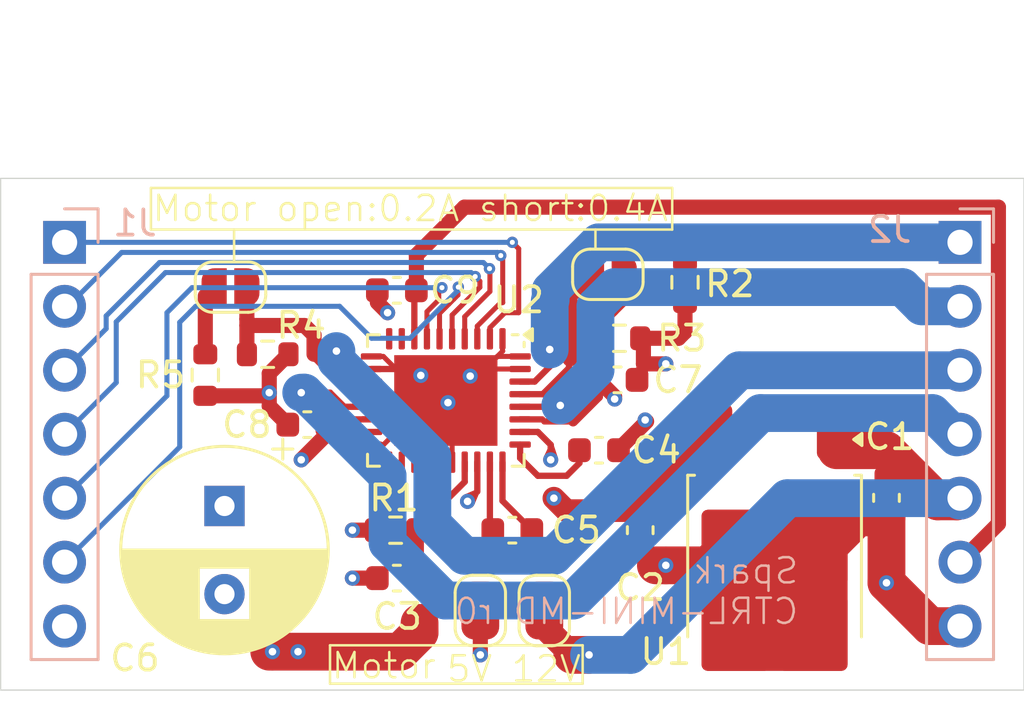
<source format=kicad_pcb>
(kicad_pcb (version 20240108) (generator "pcbnew") (generator_version "8.0")
  (layers (0 "F.Cu" signal) (1 "In1.Cu" power) (2 "In2.Cu" power) (31 "B.Cu" signal) (34 "B.Paste" user) (35 "F.Paste" user) (36 "B.SilkS" user "B.Silkscreen") (37 "F.SilkS" user "F.Silkscreen") (38 "B.Mask" user) (39 "F.Mask" user) (44 "Edge.Cuts" user))
  (net 0 "")
  (net 1 "GND")
  (net 2 "+12V")
  (net 3 "VCC")
  (net 4 "Net-(U2-5VOUT)")
  (net 5 "Net-(U2-VCP)")
  (net 6 "VCCMT")
  (net 7 "Net-(U2-CPI)")
  (net 8 "Net-(U2-CPO)")
  (net 9 "VCCIO")
  (net 10 "Net-(J1-Pin_2)")
  (net 11 "Net-(J1-Pin_6)")
  (net 12 "Net-(J1-Pin_3)")
  (net 13 "Net-(J1-Pin_5)")
  (net 14 "Net-(J1-Pin_1)")
  (net 15 "Net-(J1-Pin_4)")
  (net 16 "Net-(J2-Pin_3)")
  (net 17 "Net-(J2-Pin_1)")
  (net 18 "Net-(J2-Pin_4)")
  (net 19 "Net-(J2-Pin_2)")
  (net 20 "Net-(JP3-A)")
  (net 21 "Net-(JP3-B)")
  (net 22 "Net-(JP4-B)")
  (net 23 "Net-(JP4-A)")
  (footprint "Capacitor_SMD:C_0603_1608Metric" (layer "F.Cu") (at 93.98 69.85 180)
    (property "Reference" "C5" (at -2.54 0 0) (layer "F.SilkS"))
    (property "Value" "22nF 50V")
    (pad "1" smd roundrect (at -0.775 0 180) (size 0.9 0.95) (layers "F.Cu" "F.Paste" "F.Mask") (net 7 "Net-(U2-CPI)"))
    (pad "2" smd roundrect (at 0.775 0 180) (size 0.9 0.95) (layers "F.Cu" "F.Paste" "F.Mask") (net 8 "Net-(U2-CPO)"))
  )
  (footprint "Jumper:SolderJumper-2_P1.3mm_Open_RoundedPad1.0x1.5mm" (layer "F.Cu") (at 92.71 73.04 -90)
    (property "Reference" "JP2" (hide yes))
    (property "Value" "5V")
    (pad "1" smd custom (at -0.65 0 270) (size 1 0.5) (layers "F.Cu" "F.Mask") (net 6 "VCCMT") (options (clearance outline) (anchor rect)) (primitives (gr_circle (center 0 0.25) (end 0.5 0.25) (width 0) (fill yes)) (gr_circle (center 0 -0.25) (end 0.5 -0.25) (width 0) (fill yes)) (gr_poly (pts (xy 0.5 0.75) (xy 0 0.75) (xy 0 -0.75) (xy 0.5 -0.75)) (width 0) (fill yes))))
    (pad "2" smd custom (at 0.65 0 270) (size 1 0.5) (layers "F.Cu" "F.Mask") (net 3 "VCC") (options (clearance outline) (anchor rect)) (primitives (gr_circle (center 0 0.25) (end 0.5 0.25) (width 0) (fill yes)) (gr_circle (center 0 -0.25) (end 0.5 -0.25) (width 0) (fill yes)) (gr_poly (pts (xy 0 0.75) (xy -0.5 0.75) (xy -0.5 -0.75) (xy 0 -0.75)) (width 0) (fill yes))))
  )
  (footprint "Resistor_SMD:R_0603_1608Metric" (layer "F.Cu") (at 81.788 63.69 90)
    (property "Reference" "R5" (at 0 -1.778 180) (layer "F.SilkS"))
    (property "Value" "680m 1%")
    (pad "1" smd roundrect (at -0.825 0 90) (size 0.8 0.95) (layers "F.Cu" "F.Paste" "F.Mask") (net 1 "GND"))
    (pad "2" smd roundrect (at 0.825 0 90) (size 0.8 0.95) (layers "F.Cu" "F.Paste" "F.Mask") (net 22 "Net-(JP4-B)"))
  )
  (footprint "Resistor_SMD:R_0603_1608Metric" (layer "F.Cu") (at 100.838 60.007 90)
    (property "Reference" "R2" (at -0.063 1.778 180) (layer "F.SilkS"))
    (property "Value" "680m 1%")
    (pad "1" smd roundrect (at -0.825 0 90) (size 0.8 0.95) (layers "F.Cu" "F.Paste" "F.Mask") (net 1 "GND"))
    (pad "2" smd roundrect (at 0.825 0 90) (size 0.8 0.95) (layers "F.Cu" "F.Paste" "F.Mask") (net 20 "Net-(JP3-A)"))
  )
  (footprint "Capacitor_SMD:C_0603_1608Metric" (layer "F.Cu") (at 85.839 65.659)
    (property "Reference" "C8" (at -2.4 0 180) (layer "F.SilkS"))
    (property "Value" "100nF")
    (pad "1" smd roundrect (at -0.775 0) (size 0.9 0.95) (layers "F.Cu" "F.Paste" "F.Mask") (net 1 "GND"))
    (pad "2" smd roundrect (at 0.775 0) (size 0.9 0.95) (layers "F.Cu" "F.Paste" "F.Mask") (net 6 "VCCMT"))
  )
  (footprint "Jumper:SolderJumper-2_P1.3mm_Open_RoundedPad1.0x1.5mm" (layer "F.Cu") (at 97.775 59.69)
    (property "Reference" "JP3" (hide yes))
    (property "Value" "0.4A")
    (pad "1" smd custom (at -0.65 0) (size 1 0.5) (layers "F.Cu" "F.Mask") (net 20 "Net-(JP3-A)") (options (clearance outline) (anchor rect)) (primitives (gr_circle (center 0 0.25) (end 0.5 0.25) (width 0) (fill yes)) (gr_circle (center 0 -0.25) (end 0.5 -0.25) (width 0) (fill yes)) (gr_poly (pts (xy 0.5 0.75) (xy 0 0.75) (xy 0 -0.75) (xy 0.5 -0.75)) (width 0) (fill yes))))
    (pad "2" smd custom (at 0.65 0) (size 1 0.5) (layers "F.Cu" "F.Mask") (net 21 "Net-(JP3-B)") (options (clearance outline) (anchor rect)) (primitives (gr_circle (center 0 0.25) (end 0.5 0.25) (width 0) (fill yes)) (gr_circle (center 0 -0.25) (end 0.5 -0.25) (width 0) (fill yes)) (gr_poly (pts (xy 0 0.75) (xy -0.5 0.75) (xy -0.5 -0.75) (xy 0 -0.75)) (width 0) (fill yes))))
  )
  (footprint "Capacitor_SMD:C_0603_1608Metric" (layer "F.Cu") (at 89.395 60.325)
    (property "Reference" "C9" (at 2.299 0 0) (layer "F.SilkS"))
    (property "Value" "100nF")
    (pad "1" smd roundrect (at -0.775 0) (size 0.9 0.95) (layers "F.Cu" "F.Paste" "F.Mask") (net 1 "GND"))
    (pad "2" smd roundrect (at 0.775 0) (size 0.9 0.95) (layers "F.Cu" "F.Paste" "F.Mask") (net 9 "VCCIO"))
  )
  (footprint "Capacitor_SMD:C_0603_1608Metric" (layer "F.Cu") (at 99.06 69.85 -90)
    (property "Reference" "C2" (at 2.286 0 180) (layer "F.SilkS"))
    (property "Value" "0.1uF 12V")
    (pad "1" smd roundrect (at -0.775 0 270) (size 0.9 0.95) (layers "F.Cu" "F.Paste" "F.Mask") (net 3 "VCC"))
    (pad "2" smd roundrect (at 0.775 0 270) (size 0.9 0.95) (layers "F.Cu" "F.Paste" "F.Mask") (net 1 "GND"))
  )
  (footprint "Capacitor_SMD:C_0603_1608Metric" (layer "F.Cu") (at 97.422 66.675)
    (property "Reference" "C4" (at 2.273 0 360) (layer "F.SilkS"))
    (property "Value" "100nF")
    (pad "1" smd roundrect (at -0.775 0) (size 0.9 0.95) (layers "F.Cu" "F.Paste" "F.Mask") (net 5 "Net-(U2-VCP)"))
    (pad "2" smd roundrect (at 0.775 0) (size 0.9 0.95) (layers "F.Cu" "F.Paste" "F.Mask") (net 6 "VCCMT"))
  )
  (footprint "Capacitor_SMD:C_0603_1608Metric" (layer "F.Cu") (at 89.395 71.755)
    (property "Reference" "C3" (at 0.013 1.524 0) (layer "F.SilkS"))
    (property "Value" "4.7uF")
    (pad "1" smd roundrect (at -0.775 0) (size 0.9 0.95) (layers "F.Cu" "F.Paste" "F.Mask") (net 1 "GND"))
    (pad "2" smd roundrect (at 0.775 0) (size 0.9 0.95) (layers "F.Cu" "F.Paste" "F.Mask") (net 4 "Net-(U2-5VOUT)"))
  )
  (footprint "Resistor_SMD:R_0603_1608Metric" (layer "F.Cu") (at 89.345 69.85 180)
    (property "Reference" "R1" (at 0.064 1.27 0) (layer "F.SilkS"))
    (property "Value" "10")
    (pad "1" smd roundrect (at -0.825 0 180) (size 0.8 0.95) (layers "F.Cu" "F.Paste" "F.Mask") (net 4 "Net-(U2-5VOUT)"))
    (pad "2" smd roundrect (at 0.825 0 180) (size 0.8 0.95) (layers "F.Cu" "F.Paste" "F.Mask") (net 3 "VCC"))
  )
  (footprint "Package_TO_SOT_SMD:TO-252-2" (layer "F.Cu") (at 104.395 70.979 -90)
    (property "Reference" "U1" (at 3.697 4.319 180) (layer "F.SilkS"))
    (property "Value" "BD50FC0FP")
    (pad "1" smd roundrect (at -5.04 -2.28 270) (size 2.2 1.2) (layers "F.Cu" "F.Paste" "F.Mask") (roundrect_rratio 0.208333) (net 2 "+12V"))
    (pad "2" smd roundrect (at -0.415 -1.525 270) (size 3.05 2.75) (layers "F.Cu" "F.Paste") (roundrect_rratio 0.090909) (net 1 "GND"))
    (pad "2" smd roundrect (at -0.415 1.525 270) (size 3.05 2.75) (layers "F.Cu" "F.Paste") (roundrect_rratio 0.090909) (net 1 "GND"))
    (pad "2" smd roundrect (at 1.26 0 270) (size 6.4 5.8) (layers "F.Cu" "F.Mask") (roundrect_rratio 0.043103) (net 1 "GND"))
    (pad "2" smd roundrect (at 2.935 -1.525 270) (size 3.05 2.75) (layers "F.Cu" "F.Paste") (roundrect_rratio 0.090909) (net 1 "GND"))
    (pad "2" smd roundrect (at 2.935 1.525 270) (size 3.05 2.75) (layers "F.Cu" "F.Paste") (roundrect_rratio 0.090909) (net 1 "GND"))
    (pad "3" smd roundrect (at -5.04 2.28 270) (size 2.2 1.2) (layers "F.Cu" "F.Paste" "F.Mask") (roundrect_rratio 0.208333) (net 3 "VCC"))
  )
  (footprint "Capacitor_SMD:C_0603_1608Metric" (layer "F.Cu") (at 108.839 68.567 -90)
    (property "Reference" "C1" (at -2.426 -0.127 180) (layer "F.SilkS"))
    (property "Value" "0.33uF 24V")
    (pad "1" smd roundrect (at -0.775 0 270) (size 0.9 0.95) (layers "F.Cu" "F.Paste" "F.Mask") (net 2 "+12V"))
    (pad "2" smd roundrect (at 0.775 0 270) (size 0.9 0.95) (layers "F.Cu" "F.Paste" "F.Mask") (net 1 "GND"))
  )
  (footprint "Package_DFN_QFN:QFN-36-1EP_5x6mm_P0.5mm_EP3.6x4.1mm" (layer "F.Cu") (at 91.34 64.7 -90)
    (property "Reference" "U2" (at -3.994 -2.894 180) (layer "F.SilkS"))
    (property "Value" "TMC2130-LA")
    (pad "1" smd roundrect (at -2.45 -2.25 270) (size 0.85 0.25) (layers "F.Cu" "F.Paste" "F.Mask") (net 1 "GND"))
    (pad "2" smd roundrect (at -2.45 -1.75 270) (size 0.85 0.25) (layers "F.Cu" "F.Paste" "F.Mask") (net 14 "Net-(J1-Pin_1)"))
    (pad "3" smd roundrect (at -2.45 -1.25 270) (size 0.85 0.25) (layers "F.Cu" "F.Paste" "F.Mask") (net 10 "Net-(J1-Pin_2)"))
    (pad "4" smd roundrect (at -2.45 -0.75 270) (size 0.85 0.25) (layers "F.Cu" "F.Paste" "F.Mask") (net 12 "Net-(J1-Pin_3)"))
    (pad "5" smd roundrect (at -2.45 -0.25 270) (size 0.85 0.25) (layers "F.Cu" "F.Paste" "F.Mask") (net 15 "Net-(J1-Pin_4)"))
    (pad "6" smd roundrect (at -2.45 0.25 270) (size 0.85 0.25) (layers "F.Cu" "F.Paste" "F.Mask") (net 11 "Net-(J1-Pin_6)"))
    (pad "7" smd roundrect (at -2.45 0.75 270) (size 0.85 0.25) (layers "F.Cu" "F.Paste" "F.Mask") (net 13 "Net-(J1-Pin_5)"))
    (pad "8" smd roundrect (at -2.45 1.25 270) (size 0.85 0.25) (layers "F.Cu" "F.Paste" "F.Mask") (net 9 "VCCIO"))
    (pad "9" smd roundrect (at -2.45 1.75 270) (size 0.85 0.25) (layers "F.Cu" "F.Paste" "F.Mask"))
    (pad "10" smd roundrect (at -2.45 2.25 270) (size 0.85 0.25) (layers "F.Cu" "F.Paste" "F.Mask"))
    (pad "11" smd roundrect (at -1.75 2.95 270) (size 0.25 0.85) (layers "F.Cu" "F.Paste" "F.Mask") (net 1 "GND"))
    (pad "12" smd roundrect (at -1.25 2.95 270) (size 0.25 0.85) (layers "F.Cu" "F.Paste" "F.Mask") (net 1 "GND"))
    (pad "13" smd roundrect (at -0.75 2.95 270) (size 0.25 0.85) (layers "F.Cu" "F.Paste" "F.Mask") (net 16 "Net-(J2-Pin_3)"))
    (pad "14" smd roundrect (at -0.25 2.95 270) (size 0.25 0.85) (layers "F.Cu" "F.Paste" "F.Mask") (net 23 "Net-(JP4-A)"))
    (pad "15" smd roundrect (at 0.25 2.95 270) (size 0.25 0.85) (layers "F.Cu" "F.Paste" "F.Mask") (net 18 "Net-(J2-Pin_4)"))
    (pad "16" smd roundrect (at 0.75 2.95 270) (size 0.25 0.85) (layers "F.Cu" "F.Paste" "F.Mask") (net 6 "VCCMT"))
    (pad "17" smd roundrect (at 1.25 2.95 270) (size 0.25 0.85) (layers "F.Cu" "F.Paste" "F.Mask"))
    (pad "18" smd roundrect (at 1.75 2.95 270) (size 0.25 0.85) (layers "F.Cu" "F.Paste" "F.Mask") (net 1 "GND"))
    (pad "19" smd roundrect (at 2.45 2.25 270) (size 0.85 0.25) (layers "F.Cu" "F.Paste" "F.Mask"))
    (pad "20" smd roundrect (at 2.45 1.75 270) (size 0.85 0.25) (layers "F.Cu" "F.Paste" "F.Mask"))
    (pad "21" smd roundrect (at 2.45 1.25 270) (size 0.85 0.25) (layers "F.Cu" "F.Paste" "F.Mask"))
    (pad "22" smd roundrect (at 2.45 0.75 270) (size 0.85 0.25) (layers "F.Cu" "F.Paste" "F.Mask"))
    (pad "23" smd roundrect (at 2.45 0.25 270) (size 0.85 0.25) (layers "F.Cu" "F.Paste" "F.Mask"))
    (pad "24" smd roundrect (at 2.45 -0.25 270) (size 0.85 0.25) (layers "F.Cu" "F.Paste" "F.Mask") (net 1 "GND"))
    (pad "25" smd roundrect (at 2.45 -0.75 270) (size 0.85 0.25) (layers "F.Cu" "F.Paste" "F.Mask") (net 4 "Net-(U2-5VOUT)"))
    (pad "26" smd roundrect (at 2.45 -1.25 270) (size 0.85 0.25) (layers "F.Cu" "F.Paste" "F.Mask") (net 3 "VCC"))
    (pad "27" smd roundrect (at 2.45 -1.75 270) (size 0.85 0.25) (layers "F.Cu" "F.Paste" "F.Mask") (net 8 "Net-(U2-CPO)"))
    (pad "28" smd roundrect (at 2.45 -2.25 270) (size 0.85 0.25) (layers "F.Cu" "F.Paste" "F.Mask") (net 7 "Net-(U2-CPI)"))
    (pad "29" smd roundrect (at 1.75 -2.95 270) (size 0.25 0.85) (layers "F.Cu" "F.Paste" "F.Mask") (net 5 "Net-(U2-VCP)"))
    (pad "30" smd roundrect (at 1.25 -2.95 270) (size 0.25 0.85) (layers "F.Cu" "F.Paste" "F.Mask") (net 3 "VCC"))
    (pad "31" smd roundrect (at 0.75 -2.95 270) (size 0.25 0.85) (layers "F.Cu" "F.Paste" "F.Mask") (net 6 "VCCMT"))
    (pad "32" smd roundrect (at 0.25 -2.95 270) (size 0.25 0.85) (layers "F.Cu" "F.Paste" "F.Mask") (net 19 "Net-(J2-Pin_2)"))
    (pad "33" smd roundrect (at -0.25 -2.95 270) (size 0.25 0.85) (layers "F.Cu" "F.Paste" "F.Mask") (net 20 "Net-(JP3-A)"))
    (pad "34" smd roundrect (at -0.75 -2.95 270) (size 0.25 0.85) (layers "F.Cu" "F.Paste" "F.Mask") (net 17 "Net-(J2-Pin_1)"))
    (pad "35" smd roundrect (at -1.25 -2.95 270) (size 0.25 0.85) (layers "F.Cu" "F.Paste" "F.Mask") (net 1 "GND"))
    (pad "36" smd roundrect (at -1.75 -2.95 270) (size 0.25 0.85) (layers "F.Cu" "F.Paste" "F.Mask") (net 1 "GND"))
    (pad "37" smd rect (at 0 0 270) (size 3.6 4.1) (property pad_prop_heatsink) (layers "F.Cu" "F.Mask") (net 1 "GND"))
  )
  (footprint "Resistor_SMD:R_0603_1608Metric" (layer "F.Cu") (at 98.235 62.23 180)
    (property "Reference" "R3" (at -2.476 0 0) (layer "F.SilkS"))
    (property "Value" "680m 1%")
    (pad "1" smd roundrect (at -0.825 0 180) (size 0.8 0.95) (layers "F.Cu" "F.Paste" "F.Mask") (net 1 "GND"))
    (pad "2" smd roundrect (at 0.825 0 180) (size 0.8 0.95) (layers "F.Cu" "F.Paste" "F.Mask") (net 21 "Net-(JP3-B)"))
  )
  (footprint "Resistor_SMD:R_0603_1608Metric" (layer "F.Cu") (at 84.265 62.865 180)
    (property "Reference" "R4" (at -1.333 1.143 0) (layer "F.SilkS"))
    (property "Value" "680m 1%")
    (pad "1" smd roundrect (at -0.825 0 180) (size 0.8 0.95) (layers "F.Cu" "F.Paste" "F.Mask") (net 1 "GND"))
    (pad "2" smd roundrect (at 0.825 0 180) (size 0.8 0.95) (layers "F.Cu" "F.Paste" "F.Mask") (net 23 "Net-(JP4-A)"))
  )
  (footprint "Capacitor_THT:CP_Radial_D8.0mm_P3.50mm" (layer "F.Cu") (at 82.55 68.89 -90)
    (property "Reference" "C6" (at 6.04 3.556 180) (layer "F.SilkS"))
    (property "Value" "100uF 24V")
    (pad "1" thru_hole rect (at 0 0 270) (size 1.6 1.6) (drill 0.8) (layers "*.Cu" "*.Mask") (net 6 "VCCMT"))
    (pad "2" thru_hole circle (at 3.5 0 270) (size 1.6 1.6) (drill 0.8) (layers "*.Cu" "*.Mask") (net 1 "GND"))
  )
  (footprint "Jumper:SolderJumper-2_P1.3mm_Open_RoundedPad1.0x1.5mm" (layer "F.Cu") (at 95.25 73.04 90)
    (property "Reference" "JP1" (hide yes))
    (property "Value" "12V")
    (pad "1" smd custom (at -0.65 0 90) (size 1 0.5) (layers "F.Cu" "F.Mask") (net 2 "+12V") (options (clearance outline) (anchor rect)) (primitives (gr_circle (center 0 0.25) (end 0.5 0.25) (width 0) (fill yes)) (gr_circle (center 0 -0.25) (end 0.5 -0.25) (width 0) (fill yes)) (gr_poly (pts (xy 0.5 0.75) (xy 0 0.75) (xy 0 -0.75) (xy 0.5 -0.75)) (width 0) (fill yes))))
    (pad "2" smd custom (at 0.65 0 90) (size 1 0.5) (layers "F.Cu" "F.Mask") (net 6 "VCCMT") (options (clearance outline) (anchor rect)) (primitives (gr_circle (center 0 0.25) (end 0.5 0.25) (width 0) (fill yes)) (gr_circle (center 0 -0.25) (end 0.5 -0.25) (width 0) (fill yes)) (gr_poly (pts (xy 0 0.75) (xy -0.5 0.75) (xy -0.5 -0.75) (xy 0 -0.75)) (width 0) (fill yes))))
  )
  (footprint "Capacitor_SMD:C_0603_1608Metric" (layer "F.Cu") (at 98.158 63.881 180)
    (property "Reference" "C7" (at -2.4 0 0) (layer "F.SilkS"))
    (property "Value" "100nF")
    (pad "1" smd roundrect (at -0.775 0 180) (size 0.9 0.95) (layers "F.Cu" "F.Paste" "F.Mask") (net 1 "GND"))
    (pad "2" smd roundrect (at 0.775 0 180) (size 0.9 0.95) (layers "F.Cu" "F.Paste" "F.Mask") (net 6 "VCCMT"))
  )
  (footprint "Jumper:SolderJumper-2_P1.3mm_Open_RoundedPad1.0x1.5mm" (layer "F.Cu") (at 82.789 60.198 180)
    (property "Reference" "JP4" (hide yes))
    (property "Value" "0.4A")
    (pad "1" smd custom (at -0.65 0 180) (size 1 0.5) (layers "F.Cu" "F.Mask") (net 23 "Net-(JP4-A)") (options (clearance outline) (anchor rect)) (primitives (gr_circle (center 0 0.25) (end 0.5 0.25) (width 0) (fill yes)) (gr_circle (center 0 -0.25) (end 0.5 -0.25) (width 0) (fill yes)) (gr_poly (pts (xy 0.5 0.75) (xy 0 0.75) (xy 0 -0.75) (xy 0.5 -0.75)) (width 0) (fill yes))))
    (pad "2" smd custom (at 0.65 0 180) (size 1 0.5) (layers "F.Cu" "F.Mask") (net 22 "Net-(JP4-B)") (options (clearance outline) (anchor rect)) (primitives (gr_circle (center 0 0.25) (end 0.5 0.25) (width 0) (fill yes)) (gr_circle (center 0 -0.25) (end 0.5 -0.25) (width 0) (fill yes)) (gr_poly (pts (xy 0 0.75) (xy -0.5 0.75) (xy -0.5 -0.75) (xy 0 -0.75)) (width 0) (fill yes))))
  )
  (footprint "Connector_PinHeader_2.54mm:PinHeader_1x07_P2.54mm_Vertical" (layer "B.Cu") (at 76.2 58.42 180)
    (property "Reference" "J1" (at -2.794 0.762 0) (layer "B.SilkS") (effects (justify mirror)))
    (property "Value" "MD-L")
    (pad "1" thru_hole rect (at 0 0 180) (size 1.7 1.7) (drill 1) (layers "*.Cu" "*.Mask") (net 14 "Net-(J1-Pin_1)"))
    (pad "2" thru_hole oval (at 0 -2.54 180) (size 1.7 1.7) (drill 1) (layers "*.Cu" "*.Mask") (net 10 "Net-(J1-Pin_2)"))
    (pad "3" thru_hole oval (at 0 -5.08 180) (size 1.7 1.7) (drill 1) (layers "*.Cu" "*.Mask") (net 12 "Net-(J1-Pin_3)"))
    (pad "4" thru_hole oval (at 0 -7.62 180) (size 1.7 1.7) (drill 1) (layers "*.Cu" "*.Mask") (net 15 "Net-(J1-Pin_4)"))
    (pad "5" thru_hole oval (at 0 -10.16 180) (size 1.7 1.7) (drill 1) (layers "*.Cu" "*.Mask") (net 13 "Net-(J1-Pin_5)"))
    (pad "6" thru_hole oval (at 0 -12.7 180) (size 1.7 1.7) (drill 1) (layers "*.Cu" "*.Mask") (net 11 "Net-(J1-Pin_6)"))
    (pad "7" thru_hole oval (at 0 -15.24 180) (size 1.7 1.7) (drill 1) (layers "*.Cu" "*.Mask") (net 1 "GND"))
  )
  (footprint "Connector_PinHeader_2.54mm:PinHeader_1x07_P2.54mm_Vertical" (layer "B.Cu") (at 111.76 58.42 180)
    (property "Reference" "J2" (at 2.794 0.508 0) (layer "B.SilkS") (effects (justify mirror)))
    (property "Value" "MD-R")
    (pad "1" thru_hole rect (at 0 0 180) (size 1.7 1.7) (drill 1) (layers "*.Cu" "*.Mask") (net 17 "Net-(J2-Pin_1)"))
    (pad "2" thru_hole oval (at 0 -2.54 180) (size 1.7 1.7) (drill 1) (layers "*.Cu" "*.Mask") (net 19 "Net-(J2-Pin_2)"))
    (pad "3" thru_hole oval (at 0 -5.08 180) (size 1.7 1.7) (drill 1) (layers "*.Cu" "*.Mask") (net 16 "Net-(J2-Pin_3)"))
    (pad "4" thru_hole oval (at 0 -7.62 180) (size 1.7 1.7) (drill 1) (layers "*.Cu" "*.Mask") (net 18 "Net-(J2-Pin_4)"))
    (pad "5" thru_hole oval (at 0 -10.16 180) (size 1.7 1.7) (drill 1) (layers "*.Cu" "*.Mask") (net 2 "+12V"))
    (pad "6" thru_hole oval (at 0 -12.7 180) (size 1.7 1.7) (drill 1) (layers "*.Cu" "*.Mask") (net 9 "VCCIO"))
    (pad "7" thru_hole oval (at 0 -15.24 180) (size 1.7 1.7) (drill 1) (layers "*.Cu" "*.Mask") (net 1 "GND"))
  )
  (gr_line (start 79.629 57.912) (end 100.33 57.912) (stroke (width 0.1)) (layer "F.SilkS"))
  (gr_line (start 100.33 56.261) (end 100.33 57.912) (stroke (width 0.1)) (layer "F.SilkS"))
  (gr_line (start 82.931 57.912) (end 82.931 59.182) (stroke (width 0.1)) (layer "F.SilkS"))
  (gr_line (start 79.629 56.261) (end 100.33 56.261) (stroke (width 0.1)) (layer "F.SilkS"))
  (gr_line (start 86.741 75.946) (end 96.774 75.946) (stroke (width 0.1)) (layer "F.SilkS"))
  (gr_line (start 79.629 57.912) (end 79.629 56.261) (stroke (width 0.1)) (layer "F.SilkS"))
  (gr_line (start 86.741 74.422) (end 86.741 75.946) (stroke (width 0.1)) (layer "F.SilkS"))
  (gr_line (start 97.282 57.912) (end 97.282 58.674) (stroke (width 0.1)) (layer "F.SilkS"))
  (gr_line (start 96.774 74.422) (end 86.741 74.422) (stroke (width 0.1)) (layer "F.SilkS"))
  (gr_line (start 96.774 75.946) (end 96.774 74.422) (stroke (width 0.1)) (layer "F.SilkS"))
  (gr_rect (start 73.66 55.88) (end 114.3 76.2) (stroke (width 0.05)) (fill none) (layer "Edge.Cuts"))
  (gr_text "Spark\nCTRL-MINI-MD r0" (at 105.41 73.66 0) (layer "B.SilkS") (effects (font (size 1 1) (thickness 0.1)) (justify left bottom mirror)))
  (gr_text "5V 12V" (at 91.313 75.946 0) (layer "F.SilkS") (effects (font (size 1 1) (thickness 0.1)) (justify left bottom)))
  (gr_text "Motor open:0.2A short:0.4A" (at 79.629 57.658 0) (layer "F.SilkS") (effects (font (size 1 1) (thickness 0.1)) (justify left bottom)))
  (gr_text "Motor" (at 86.741 75.819 0) (layer "F.SilkS") (effects (font (size 1 1) (thickness 0.1)) (justify left bottom)))
  (segment (start 91.59 67.15) (end 91.59 64.95) (width 0.2) (layer "F.Cu") (net 1))
  (segment (start 93.59 62.729) (end 93.599 62.738) (width 0.2) (layer "F.Cu") (net 1))
  (segment (start 93.59 62.25) (end 93.59 62.729) (width 0.2) (layer "F.Cu") (net 1))
  (segment (start 100.584 62.23) (end 100.838 61.976) (width 0.6) (layer "F.Cu") (net 1))
  (segment (start 90.608 64.7) (end 91.34 64.7) (width 0.2) (layer "F.Cu") (net 1))
  (segment (start 94.29 62.95) (end 93.387 62.95) (width 0.2) (layer "F.Cu") (net 1))
  (segment (start 88.62 60.325) (end 88.62 60.807) (width 0.2) (layer "F.Cu") (net 1))
  (segment (start 94.29 63.45) (end 92.59 63.45) (width 0.2) (layer "F.Cu") (net 1))
  (segment (start 110.557919 73.66) (end 111.76 73.66) (width 1.5) (layer "F.Cu") (net 1))
  (segment (start 90.09 63.45) (end 90.3455 63.7055) (width 0.2) (layer "F.Cu") (net 1))
  (segment (start 81.788 64.515) (end 84.202 64.515) (width 0.6) (layer "F.Cu") (net 1))
  (segment (start 91.425 64.785) (end 91.34 64.7) (width 0.2) (layer "F.Cu") (net 1))
  (segment (start 101.753 71.247) (end 102.375 70.625) (width 1.5) (layer "F.Cu") (net 1))
  (segment (start 99.187 62.357) (end 99.06 62.23) (width 0.2) (layer "F.Cu") (net 1))
  (segment (start 108.839 69.342) (end 108.839 71.941081) (width 1.5) (layer "F.Cu") (net 1))
  (segment (start 88.62 60.807) (end 89.027 61.214) (width 0.6) (layer "F.Cu") (net 1))
  (segment (start 99.187 63.246) (end 99.187 62.357) (width 0.6) (layer "F.Cu") (net 1))
  (segment (start 90.621 64.7) (end 91.34 64.7) (width 0.2) (layer "F.Cu") (net 1))
  (segment (start 99.187 63.246) (end 100.076 63.246) (width 0.6) (layer "F.Cu") (net 1))
  (segment (start 107.698 69.342) (end 105.92 71.12) (width 1.5) (layer "F.Cu") (net 1))
  (segment (start 93.345 62.992) (end 91.637 64.7) (width 0.2) (layer "F.Cu") (net 1))
  (segment (start 100.076 71.247) (end 101.753 71.247) (width 1.5) (layer "F.Cu") (net 1))
  (segment (start 98.933 63.881) (end 98.933 63.5) (width 0.2) (layer "F.Cu") (net 1))
  (segment (start 91.59 64.95) (end 91.425 64.785) (width 0.2) (layer "F.Cu") (net 1))
  (segment (start 88.858 62.95) (end 90.608 64.7) (width 0.2) (layer "F.Cu") (net 1))
  (segment (start 108.839 69.342) (end 107.698 69.342) (width 1.5) (layer "F.Cu") (net 1))
  (segment (start 93.387 62.95) (end 93.345 62.992) (width 0.2) (layer "F.Cu") (net 1))
  (segment (start 88.39 63.45) (end 90.09 63.45) (width 0.25) (layer "F.Cu") (net 1))
  (segment (start 90.3455 63.7055) (end 91.34 64.7) (width 0.2) (layer "F.Cu") (net 1))
  (segment (start 93.599 62.738) (end 93.345 62.992) (width 0.2) (layer "F.Cu") (net 1))
  (segment (start 102.375 70.625) (end 102.87 71.12) (width 0.2) (layer "F.Cu") (net 1))
  (segment (start 99.682 71.247) (end 100.076 71.247) (width 1.5) (layer "F.Cu") (net 1))
  (segment (start 99.06 62.23) (end 100.584 62.23) (width 0.6) (layer "F.Cu") (net 1))
  (segment (start 85.09 62.865) (end 84.328 63.627) (width 0.6) (layer "F.Cu") (net 1))
  (segment (start 98.933 63.5) (end 99.187 63.246) (width 0.2) (layer "F.Cu") (net 1))
  (segment (start 84.328 64.389) (end 84.328 64.923) (width 0.6) (layer "F.Cu") (net 1))
  (segment (start 92.3075 63.7325) (end 91.34 64.7) (width 0.2) (layer "F.Cu") (net 1))
  (segment (start 88.62 71.755) (end 87.63 71.755) (width 0.6) (layer "F.Cu") (net 1))
  (segment (start 92.59 63.45) (end 92.3075 63.7325) (width 0.2) (layer "F.Cu") (net 1))
  (segment (start 84.328 64.923) (end 85.064 65.659) (width 0.6) (layer "F.Cu") (net 1))
  (segment (start 88.39 62.95) (end 88.858 62.95) (width 0.2) (layer "F.Cu") (net 1))
  (segment (start 100.838 61.976) (end 100.838 60.832) (width 0.6) (layer "F.Cu") (net 1))
  (segment (start 91.637 64.7) (end 91.34 64.7) (width 0.2) (layer "F.Cu") (net 1))
  (segment (start 84.328 63.627) (end 84.328 64.389) (width 0.6) (layer "F.Cu") (net 1))
  (segment (start 88.871 66.45) (end 90.621 64.7) (width 0.2) (layer "F.Cu") (net 1))
  (segment (start 108.839 71.941081) (end 110.557919 73.66) (width 1.5) (layer "F.Cu") (net 1))
  (segment (start 84.202 64.515) (end 84.328 64.389) (width 0.2) (layer "F.Cu") (net 1))
  (segment (start 88.62 71.755) (end 88.62 71.908) (width 0.2) (layer "F.Cu") (net 1))
  (segment (start 99.06 70.625) (end 99.682 71.247) (width 0.9) (layer "F.Cu") (net 1))
  (segment (start 88.39 66.45) (end 88.871 66.45) (width 0.2) (layer "F.Cu") (net 1))
  (via (at 100.076 71.247) (size 0.6) (drill 0.3) (layers "F.Cu" "B.Cu") (net 1))
  (via (at 87.63 71.755) (size 0.6) (drill 0.3) (layers "F.Cu" "B.Cu") (net 1))
  (via (at 108.839 71.941081) (size 0.6) (drill 0.3) (layers "F.Cu" "B.Cu") (net 1))
  (via (at 84.328 64.389) (size 0.6) (drill 0.3) (layers "F.Cu" "B.Cu") (net 1))
  (via (at 100.076 63.246) (size 0.6) (drill 0.3) (layers "F.Cu" "B.Cu") (net 1))
  (via (at 91.425 64.785) (size 0.6) (drill 0.3) (layers "F.Cu" "B.Cu") (net 1))
  (via (at 92.3075 63.7325) (size 0.6) (drill 0.3) (layers "F.Cu" "B.Cu") (net 1))
  (via (at 90.3455 63.7055) (size 0.6) (drill 0.3) (layers "F.Cu" "B.Cu") (net 1))
  (via (at 89.027 61.214) (size 0.6) (drill 0.3) (layers "F.Cu" "B.Cu") (net 1))
  (segment (start 111.633 68.707) (end 111.76 68.58) (width 1.5) (layer "F.Cu") (net 2))
  (segment (start 106.855 66.675) (end 106.675 66.495) (width 0.8) (layer "F.Cu") (net 2))
  (segment (start 108.839 66.675) (end 110.871 68.707) (width 1.5) (layer "F.Cu") (net 2))
  (segment (start 106.855 66.675) (end 108.839 66.675) (width 1.5) (layer "F.Cu") (net 2))
  (segment (start 95.25 73.69) (end 96.363 74.803) (width 1) (layer "F.Cu") (net 2))
  (segment (start 96.363 74.803) (end 97.028 74.803) (width 1.5) (layer "F.Cu") (net 2))
  (segment (start 110.871 68.707) (end 111.633 68.707) (width 1.5) (layer "F.Cu") (net 2))
  (via (at 97.028 74.803) (size 0.6) (drill 0.3) (layers "F.Cu" "B.Cu") (net 2))
  (segment (start 104.902 68.58) (end 111.76 68.58) (width 1.5) (layer "B.Cu") (net 2))
  (segment (start 97.028 74.803) (end 98.679 74.803) (width 1.5) (layer "B.Cu") (net 2))
  (segment (start 98.679 74.803) (end 104.902 68.58) (width 1.5) (layer "B.Cu") (net 2))
  (segment (start 99.06 69.075) (end 99.06 68.072) (width 0.9) (layer "F.Cu") (net 3))
  (segment (start 101.3 67.31) (end 102.115 66.495) (width 1.5) (layer "F.Cu") (net 3))
  (segment (start 92.59 67.15) (end 92.59 68.319) (width 0.25) (layer "F.Cu") (net 3))
  (segment (start 95.631 68.58) (end 96.126 69.075) (width 0.9) (layer "F.Cu") (net 3))
  (segment (start 99.822 67.31) (end 101.3 67.31) (width 1.5) (layer "F.Cu") (net 3))
  (segment (start 95.504 66.458) (end 95.504 67.056) (width 0.25) (layer "F.Cu") (net 3))
  (segment (start 88.52 69.85) (end 87.63 69.85) (width 0.6) (layer "F.Cu") (net 3))
  (segment (start 94.996 65.95) (end 95.504 66.458) (width 0.25) (layer "F.Cu") (net 3))
  (segment (start 94.29 65.95) (end 94.996 65.95) (width 0.25) (layer "F.Cu") (net 3))
  (segment (start 92.59 68.319) (end 92.202 68.707) (width 0.2) (layer "F.Cu") (net 3))
  (segment (start 99.06 68.072) (end 99.822 67.31) (width 1.5) (layer "F.Cu") (net 3))
  (segment (start 92.71 73.69) (end 92.71 74.803) (width 0.6) (layer "F.Cu") (net 3))
  (segment (start 96.126 69.075) (end 99.06 69.075) (width 0.9) (layer "F.Cu") (net 3))
  (via (at 95.631 68.58) (size 0.6) (drill 0.3) (layers "F.Cu" "B.Cu") (net 3))
  (via (at 92.202 68.707) (size 0.6) (drill 0.3) (layers "F.Cu" "B.Cu") (net 3))
  (via (at 87.63 69.85) (size 0.6) (drill 0.3) (layers "F.Cu" "B.Cu") (net 3))
  (via (at 95.504 67.056) (size 0.6) (drill 0.3) (layers "F.Cu" "B.Cu") (net 3))
  (via (at 92.71 74.803) (size 0.6) (drill 0.3) (layers "F.Cu" "B.Cu") (net 3))
  (segment (start 92.09 67.15) (end 92.09 67.93) (width 0.25) (layer "F.Cu") (net 4))
  (segment (start 90.17 69.85) (end 90.17 71.755) (width 0.6) (layer "F.Cu") (net 4))
  (segment (start 92.09 67.93) (end 90.17 69.85) (width 0.25) (layer "F.Cu") (net 4))
  (segment (start 94.29 66.985) (end 94.996 67.691) (width 0.25) (layer "F.Cu") (net 5))
  (segment (start 96.647 67.183) (end 96.647 66.675) (width 0.25) (layer "F.Cu") (net 5))
  (segment (start 96.139 67.691) (end 96.647 67.183) (width 0.25) (layer "F.Cu") (net 5))
  (segment (start 94.29 66.45) (end 94.29 66.985) (width 0.25) (layer "F.Cu") (net 5))
  (segment (start 94.996 67.691) (end 96.139 67.691) (width 0.25) (layer "F.Cu") (net 5))
  (segment (start 92.71 72.39) (end 91.186 72.39) (width 0.6) (layer "F.Cu") (net 6))
  (segment (start 90.297 73.279) (end 90.297 73.533) (width 0.2) (layer "F.Cu") (net 6))
  (segment (start 95.168 65.45) (end 95.25 65.532) (width 0.2) (layer "F.Cu") (net 6))
  (segment (start 86.614 65.659) (end 86.614 66.04) (width 0.2) (layer "F.Cu") (net 6))
  (segment (start 88.39 65.45) (end 86.823 65.45) (width 0.25) (layer "F.Cu") (net 6))
  (segment (start 98.197 66.421) (end 98.197 66.649) (width 0.2) (layer "F.Cu") (net 6))
  (segment (start 95.25 65.532) (end 96.393 65.532) (width 0.25) (layer "F.Cu") (net 6))
  (segment (start 92.71 72.39) (end 95.25 72.39) (width 0.8) (layer "F.Cu") (net 6))
  (segment (start 89.535 74.676) (end 84.455 74.676) (width 1.5) (layer "F.Cu") (net 6))
  (segment (start 98.197 66.649) (end 99.314 65.532) (width 0.6) (layer "F.Cu") (net 6))
  (segment (start 97.383 63.881) (end 98.044 64.542) (width 0.6) (layer "F.Cu") (net 6))
  (segment (start 98.197 66.675) (end 98.197 66.649) (width 0.2) (layer "F.Cu") (net 6))
  (segment (start 91.186 72.39) (end 90.297 73.279) (width 0.6) (layer "F.Cu") (net 6))
  (segment (start 99.314 65.532) (end 99.255616 65.473616) (width 0.2) (layer "F.Cu") (net 6))
  (segment (start 90.297 73.533) (end 90.297 73.914) (width 1.5) (layer "F.Cu") (net 6))
  (segment (start 96.393 65.532) (end 97.383 64.542) (width 0.4) (layer "F.Cu") (net 6))
  (segment (start 97.383 64.542) (end 97.383 63.881) (width 0.4) (layer "F.Cu") (net 6))
  (segment (start 98.044 64.542) (end 98.044 64.643) (width 0.2) (layer "F.Cu") (net 6))
  (segment (start 94.29 65.45) (end 95.168 65.45) (width 0.25) (layer "F.Cu") (net 6))
  (segment (start 86.614 66.04) (end 85.598 67.056) (width 0.6) (layer "F.Cu") (net 6))
  (segment (start 86.823 65.45) (end 86.614 65.659) (width 0.2) (layer "F.Cu") (net 6))
  (segment (start 84.455 74.676) (end 84.328 74.676) (width 1.5) (layer "F.Cu") (net 6))
  (segment (start 90.297 73.914) (end 89.535 74.676) (width 1.5) (layer "F.Cu") (net 6))
  (via (at 85.598 67.056) (size 0.6) (drill 0.3) (layers "F.Cu" "B.Cu") (net 6))
  (via (at 99.255616 65.473616) (size 0.6) (drill 0.3) (layers "F.Cu" "B.Cu") (net 6))
  (via (at 98.044 64.643) (size 0.6) (drill 0.3) (layers "F.Cu" "B.Cu") (net 6))
  (via (at 84.455 74.676) (size 0.6) (drill 0.3) (layers "F.Cu" "B.Cu") (net 6))
  (via (at 85.471 74.676) (size 0.6) (drill 0.3) (layers "F.Cu" "B.Cu") (net 6))
  (segment (start 93.59 68.685) (end 94.755 69.85) (width 0.25) (layer "F.Cu") (net 7))
  (segment (start 93.59 67.15) (end 93.59 68.685) (width 0.25) (layer "F.Cu") (net 7))
  (segment (start 93.09 67.15) (end 93.09 69.735) (width 0.25) (layer "F.Cu") (net 8))
  (segment (start 93.09 69.735) (end 93.205 69.85) (width 0.2) (layer "F.Cu") (net 8))
  (segment (start 113.284 69.596) (end 113.284 57.023) (width 0.6) (layer "F.Cu") (net 9))
  (segment (start 90.17 58.928) (end 90.17 60.325) (width 0.6) (layer "F.Cu") (net 9))
  (segment (start 113.284 57.023) (end 92.075 57.023) (width 0.6) (layer "F.Cu") (net 9))
  (segment (start 90.09 60.405) (end 90.17 60.325) (width 0.2) (layer "F.Cu") (net 9))
  (segment (start 111.76 71.12) (end 113.284 69.596) (width 0.6) (layer "F.Cu") (net 9))
  (segment (start 90.09 62.25) (end 90.09 60.405) (width 0.25) (layer "F.Cu") (net 9))
  (segment (start 92.075 57.023) (end 90.17 58.928) (width 0.6) (layer "F.Cu") (net 9))
  (segment (start 93.520379 58.945) (end 93.599 59.023621) (width 0.2) (layer "F.Cu") (net 10))
  (segment (start 93.599 60.814) (end 93.520928 60.814) (width 0.2) (layer "F.Cu") (net 10))
  (segment (start 93.520928 60.814) (end 92.59 61.744928) (width 0.2) (layer "F.Cu") (net 10))
  (segment (start 93.599 59.023621) (end 93.599 60.814) (width 0.2) (layer "F.Cu") (net 10))
  (segment (start 92.59 61.744928) (end 92.59 62.25) (width 0.2) (layer "F.Cu") (net 10))
  (via (at 93.520379 58.945) (size 0.45) (drill 0.2) (layers "F.Cu" "B.Cu") (net 10))
  (segment (start 93.520379 58.945) (end 93.395379 58.82) (width 0.2) (layer "B.Cu") (net 10))
  (segment (start 93.395379 58.82) (end 78.467 58.82) (width 0.2) (layer "B.Cu") (net 10))
  (segment (start 76.327 60.96) (end 76.2 60.96) (width 0.2) (layer "B.Cu") (net 10))
  (segment (start 78.467 58.82) (end 76.327 60.96) (width 0.2) (layer "B.Cu") (net 10))
  (segment (start 91.821 60.509686) (end 91.821 60.198) (width 0.2) (layer "F.Cu") (net 11))
  (segment (start 91.09 62.25) (end 91.09 61.240686) (width 0.2) (layer "F.Cu") (net 11))
  (segment (start 91.835107 60.198) (end 91.835613 60.197494) (width 0.2) (layer "F.Cu") (net 11))
  (segment (start 91.459 60.871686) (end 91.659343 60.671343) (width 0.2) (layer "F.Cu") (net 11))
  (segment (start 91.09 61.240686) (end 91.459 60.871686) (width 0.2) (layer "F.Cu") (net 11))
  (segment (start 91.659343 60.671343) (end 91.821 60.509686) (width 0.2) (layer "F.Cu") (net 11))
  (segment (start 91.821 60.198) (end 91.835107 60.198) (width 0.2) (layer "F.Cu") (net 11))
  (via (at 91.835613 60.197494) (size 0.45) (drill 0.2) (layers "F.Cu" "B.Cu") (net 11))
  (segment (start 88.392 62.23) (end 87.122 60.96) (width 0.2) (layer "B.Cu") (net 11))
  (segment (start 80.772 66.548) (end 76.2 71.12) (width 0.2) (layer "B.Cu") (net 11))
  (segment (start 81.407 60.96) (end 80.772 61.595) (width 0.2) (layer "B.Cu") (net 11))
  (segment (start 91.835613 60.31285) (end 89.918463 62.23) (width 0.2) (layer "B.Cu") (net 11))
  (segment (start 87.122 60.96) (end 81.407 60.96) (width 0.2) (layer "B.Cu") (net 11))
  (segment (start 91.835613 60.197494) (end 91.835613 60.31285) (width 0.2) (layer "B.Cu") (net 11))
  (segment (start 80.772 61.595) (end 80.772 66.548) (width 0.2) (layer "B.Cu") (net 11))
  (segment (start 89.918463 62.23) (end 88.392 62.23) (width 0.2) (layer "B.Cu") (net 11))
  (segment (start 93.074 59.463518) (end 93.091 59.480518) (width 0.2) (layer "F.Cu") (net 12))
  (segment (start 93.091 59.480518) (end 93.091 60.371058) (width 0.2) (layer "F.Cu") (net 12))
  (segment (start 93.091 60.371058) (end 92.09 61.372058) (width 0.2) (layer "F.Cu") (net 12))
  (segment (start 92.09 61.372058) (end 92.09 62.25) (width 0.2) (layer "F.Cu") (net 12))
  (via (at 93.074 59.463518) (size 0.45) (drill 0.2) (layers "F.Cu" "B.Cu") (net 12))
  (segment (start 77.851 61.849) (end 77.851 61.341) (width 0.2) (layer "B.Cu") (net 12))
  (segment (start 79.972 59.22) (end 92.830482 59.22) (width 0.2) (layer "B.Cu") (net 12))
  (segment (start 92.830482 59.22) (end 93.074 59.463518) (width 0.2) (layer "B.Cu") (net 12))
  (segment (start 76.2 63.5) (end 77.851 61.849) (width 0.2) (layer "B.Cu") (net 12))
  (segment (start 77.851 61.341) (end 79.972 59.22) (width 0.2) (layer "B.Cu") (net 12))
  (segment (start 91.059 60.706) (end 91.059 60.325) (width 0.2) (layer "F.Cu") (net 13))
  (segment (start 91.186 60.198) (end 91.186 60.22) (width 0.2) (layer "F.Cu") (net 13))
  (segment (start 91.059 60.325) (end 91.186 60.198) (width 0.2) (layer "F.Cu") (net 13))
  (segment (start 90.59 62.25) (end 90.59 61.175) (width 0.2) (layer "F.Cu") (net 13))
  (segment (start 90.59 61.175) (end 91.059 60.706) (width 0.2) (layer "F.Cu") (net 13))
  (via (at 91.186 60.22) (size 0.45) (drill 0.2) (layers "F.Cu" "B.Cu") (net 13))
  (segment (start 81.258 60.22) (end 80.264 61.214) (width 0.2) (layer "B.Cu") (net 13))
  (segment (start 76.327 68.453) (end 76.2 68.58) (width 0.2) (layer "B.Cu") (net 13))
  (segment (start 80.264 64.516) (end 76.2 68.58) (width 0.2) (layer "B.Cu") (net 13))
  (segment (start 80.264 61.214) (end 80.264 64.516) (width 0.2) (layer "B.Cu") (net 13))
  (segment (start 91.186 60.22) (end 81.258 60.22) (width 0.2) (layer "B.Cu") (net 13))
  (segment (start 93.686614 61.214) (end 94.234 61.214) (width 0.2) (layer "F.Cu") (net 14))
  (segment (start 94.234 61.214) (end 94.234 58.674) (width 0.2) (layer "F.Cu") (net 14))
  (segment (start 93.09 61.810614) (end 93.686614 61.214) (width 0.2) (layer "F.Cu") (net 14))
  (segment (start 94.234 58.674) (end 93.98 58.42) (width 0.2) (layer "F.Cu") (net 14))
  (segment (start 93.09 62.25) (end 93.09 61.810614) (width 0.2) (layer "F.Cu") (net 14))
  (via (at 93.98 58.42) (size 0.45) (drill 0.2) (layers "F.Cu" "B.Cu") (net 14))
  (segment (start 93.98 58.42) (end 76.2 58.42) (width 0.2) (layer "B.Cu") (net 14))
  (segment (start 92.691 60.205372) (end 91.59 61.306372) (width 0.2) (layer "F.Cu") (net 15))
  (segment (start 92.505445 59.778554) (end 92.691 59.964109) (width 0.2) (layer "F.Cu") (net 15))
  (segment (start 91.59 61.306372) (end 91.59 62.25) (width 0.2) (layer "F.Cu") (net 15))
  (segment (start 92.691 59.964109) (end 92.691 60.205372) (width 0.2) (layer "F.Cu") (net 15))
  (via (at 92.505445 59.778554) (size 0.45) (drill 0.2) (layers "F.Cu" "B.Cu") (net 15))
  (segment (start 80.207 59.62) (end 78.251 61.576) (width 0.2) (layer "B.Cu") (net 15))
  (segment (start 78.251 63.989) (end 76.2 66.04) (width 0.2) (layer "B.Cu") (net 15))
  (segment (start 92.505445 59.778554) (end 92.346891 59.62) (width 0.2) (layer "B.Cu") (net 15))
  (segment (start 78.251 61.576) (end 78.251 63.989) (width 0.2) (layer "B.Cu") (net 15))
  (segment (start 92.346891 59.62) (end 80.207 59.62) (width 0.2) (layer "B.Cu") (net 15))
  (segment (start 86.995 62.738) (end 86.995 62.994386) (width 0.2) (layer "F.Cu") (net 16))
  (segment (start 86.995 62.994386) (end 87.950614 63.95) (width 0.2) (layer "F.Cu") (net 16))
  (segment (start 87.950614 63.95) (end 88.39 63.95) (width 0.25) (layer "F.Cu") (net 16))
  (via (at 86.995 62.738) (size 0.6) (drill 0.3) (layers "F.Cu" "B.Cu") (net 16))
  (segment (start 92.075 70.866) (end 90.805 69.596) (width 1.5) (layer "B.Cu") (net 16))
  (segment (start 90.805 69.596) (end 90.805 66.929) (width 1.5) (layer "B.Cu") (net 16))
  (segment (start 86.995 62.865) (end 86.995 62.738) (width 0.2) (layer "B.Cu") (net 16))
  (segment (start 111.76 63.5) (end 102.997 63.5) (width 1.5) (layer "B.Cu") (net 16))
  (segment (start 90.805 66.929) (end 86.995 63.119) (width 1.5) (layer "B.Cu") (net 16))
  (segment (start 86.995 63.119) (end 86.995 62.738) (width 1.5) (layer "B.Cu") (net 16))
  (segment (start 95.631 70.866) (end 92.075 70.866) (width 1.5) (layer "B.Cu") (net 16))
  (segment (start 102.997 63.5) (end 95.631 70.866) (width 1.5) (layer "B.Cu") (net 16))
  (segment (start 95.466 62.6745) (end 95.466 63.353) (width 0.25) (layer "F.Cu") (net 17))
  (segment (start 94.869 63.95) (end 94.29 63.95) (width 0.25) (layer "F.Cu") (net 17))
  (segment (start 95.466 63.353) (end 94.869 63.95) (width 0.25) (layer "F.Cu") (net 17))
  (via (at 95.466 62.6745) (size 0.6) (drill 0.3) (layers "F.Cu" "B.Cu") (net 17))
  (segment (start 95.504 60.706) (end 95.466 60.744) (width 0.2) (layer "B.Cu") (net 17))
  (segment (start 95.466 60.744) (end 95.466 62.6745) (width 1.5) (layer "B.Cu") (net 17))
  (segment (start 95.504 60.325) (end 95.504 60.706) (width 1.5) (layer "B.Cu") (net 17))
  (segment (start 97.409 58.42) (end 95.504 60.325) (width 1.5) (layer "B.Cu") (net 17))
  (segment (start 111.76 58.42) (end 97.409 58.42) (width 1.5) (layer "B.Cu") (net 17))
  (segment (start 86.741 64.389) (end 85.598 64.389) (width 0.25) (layer "F.Cu") (net 18))
  (segment (start 87.302 64.95) (end 86.741 64.389) (width 0.25) (layer "F.Cu") (net 18))
  (segment (start 87.302 64.95) (end 88.39 64.95) (width 0.25) (layer "F.Cu") (net 18))
  (via (at 85.598 64.389) (size 0.6) (drill 0.3) (layers "F.Cu" "B.Cu") (net 18))
  (segment (start 85.725 64.389) (end 85.598 64.389) (width 1.5) (layer "B.Cu") (net 18))
  (segment (start 111.633 66.167) (end 110.666 65.2) (width 1.5) (layer "B.Cu") (net 18))
  (segment (start 89.027 70.358) (end 89.027 67.691) (width 1.5) (layer "B.Cu") (net 18))
  (segment (start 91.313 72.644) (end 89.027 70.358) (width 1.5) (layer "B.Cu") (net 18))
  (segment (start 111.76 66.04) (end 111.633 66.167) (width 0.8) (layer "B.Cu") (net 18))
  (segment (start 96.393 72.644) (end 91.313 72.644) (width 1.5) (layer "B.Cu") (net 18))
  (segment (start 89.027 67.691) (end 85.725 64.389) (width 1.5) (layer "B.Cu") (net 18))
  (segment (start 103.837 65.2) (end 96.393 72.644) (width 1.5) (layer "B.Cu") (net 18))
  (segment (start 110.666 65.2) (end 103.837 65.2) (width 1.5) (layer "B.Cu") (net 18))
  (segment (start 95.832 64.95) (end 95.885 64.897) (width 0.2) (layer "F.Cu") (net 19))
  (segment (start 94.29 64.95) (end 95.832 64.95) (width 0.25) (layer "F.Cu") (net 19))
  (via (at 95.885 64.897) (size 0.6) (drill 0.3) (layers "F.Cu" "B.Cu") (net 19))
  (segment (start 111.76 60.96) (end 110.236 60.96) (width 1.5) (layer "B.Cu") (net 19))
  (segment (start 109.474 60.198) (end 98.044 60.198) (width 1.5) (layer "B.Cu") (net 19))
  (segment (start 97.282 63.5) (end 95.885 64.897) (width 1.5) (layer "B.Cu") (net 19))
  (segment (start 110.236 60.96) (end 109.474 60.198) (width 1.5) (layer "B.Cu") (net 19))
  (segment (start 97.282 60.96) (end 97.282 63.5) (width 1.5) (layer "B.Cu") (net 19))
  (segment (start 98.044 60.198) (end 97.282 60.96) (width 1.5) (layer "B.Cu") (net 19))
  (segment (start 100.838 59.182) (end 100.838 58.928) (width 0.2) (layer "F.Cu") (net 20))
  (segment (start 96.266 60.549) (end 97.125 59.69) (width 0.6) (layer "F.Cu") (net 20))
  (segment (start 94.29 64.45) (end 95.189 64.45) (width 0.25) (layer "F.Cu") (net 20))
  (segment (start 95.189 64.45) (end 96.231 63.408) (width 0.25) (layer "F.Cu") (net 20))
  (segment (start 100.838 58.928) (end 99.949 58.039) (width 0.6) (layer "F.Cu") (net 20))
  (segment (start 96.231 63.408) (end 96.231 63.084) (width 0.25) (layer "F.Cu") (net 20))
  (segment (start 97.125 58.577) (end 97.125 59.69) (width 0.6) (layer "F.Cu") (net 20))
  (segment (start 96.266 63.049) (end 96.266 60.549) (width 0.6) (layer "F.Cu") (net 20))
  (segment (start 97.663 58.039) (end 97.125 58.577) (width 0.6) (layer "F.Cu") (net 20))
  (segment (start 99.949 58.039) (end 97.663 58.039) (width 0.6) (layer "F.Cu") (net 20))
  (segment (start 98.425 60.579) (end 97.917 61.087) (width 0.6) (layer "F.Cu") (net 21))
  (segment (start 98.425 59.69) (end 98.425 60.579) (width 0.6) (layer "F.Cu") (net 21))
  (segment (start 97.41 62.23) (end 97.41 61.594) (width 0.6) (layer "F.Cu") (net 21))
  (segment (start 97.41 61.594) (end 97.917 61.087) (width 0.6) (layer "F.Cu") (net 21))
  (segment (start 81.788 62.865) (end 81.788 60.549) (width 0.6) (layer "F.Cu") (net 22))
  (segment (start 81.788 60.549) (end 82.139 60.198) (width 0.2) (layer "F.Cu") (net 22))
  (segment (start 83.44 61.467) (end 83.439 61.466) (width 0.6) (layer "F.Cu") (net 23))
  (segment (start 83.44 61.722) (end 83.44 61.467) (width 0.6) (layer "F.Cu") (net 23))
  (segment (start 86.106 62.865) (end 86.106 62.103) (width 0.6) (layer "F.Cu") (net 23))
  (segment (start 86.106 62.992) (end 86.106 62.865) (width 0.2) (layer "F.Cu") (net 23))
  (segment (start 83.439 61.466) (end 83.439 60.198) (width 0.6) (layer "F.Cu") (net 23))
  (segment (start 88.39 64.45) (end 87.564 64.45) (width 0.25) (layer "F.Cu") (net 23))
  (segment (start 86.106 62.103) (end 85.725 61.722) (width 0.6) (layer "F.Cu") (net 23))
  (segment (start 85.725 61.722) (end 83.44 61.722) (width 0.6) (layer "F.Cu") (net 23))
  (segment (start 83.44 62.865) (end 83.44 61.722) (width 0.6) (layer "F.Cu") (net 23))
  (segment (start 87.564 64.45) (end 86.106 62.992) (width 0.25) (layer "F.Cu") (net 23))
)
</source>
